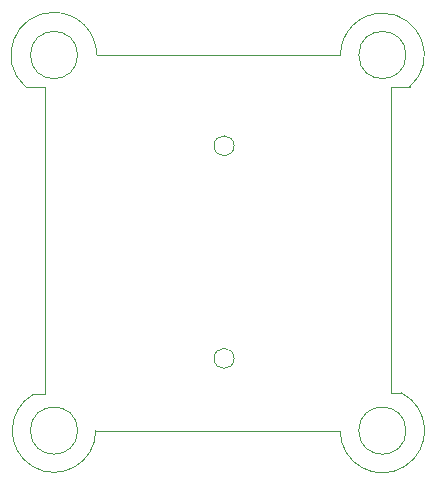
<source format=gm1>
%TF.GenerationSoftware,KiCad,Pcbnew,7.0.2*%
%TF.CreationDate,2023-07-30T22:12:35-04:00*%
%TF.ProjectId,CameraBoard,43616d65-7261-4426-9f61-72642e6b6963,rev?*%
%TF.SameCoordinates,Original*%
%TF.FileFunction,Profile,NP*%
%FSLAX46Y46*%
G04 Gerber Fmt 4.6, Leading zero omitted, Abs format (unit mm)*
G04 Created by KiCad (PCBNEW 7.0.2) date 2023-07-30 22:12:35*
%MOMM*%
%LPD*%
G01*
G04 APERTURE LIST*
%TA.AperFunction,Profile*%
%ADD10C,0.100000*%
%TD*%
%TA.AperFunction,Profile*%
%ADD11C,0.050000*%
%TD*%
G04 APERTURE END LIST*
D10*
X46250000Y-90690000D02*
G75*
G03*
X46250000Y-90690000I-850000J0D01*
G01*
X31000000Y-79387529D02*
G75*
G03*
X28600000Y-85699999I-51220J-3593001D01*
G01*
X34612478Y-83000000D02*
G75*
G03*
X31000000Y-79387522I-3612478J0D01*
G01*
X61100068Y-85700080D02*
G75*
G03*
X58800000Y-79453172I-2286868J2704880D01*
G01*
X29300000Y-111700001D02*
G75*
G03*
X34535533Y-114800000I1700000J-3099999D01*
G01*
X30200000Y-111700000D02*
X29300000Y-111700001D01*
X58800000Y-79453171D02*
G75*
G03*
X55253171Y-83000000I0J-3546829D01*
G01*
X60400000Y-111600001D02*
X59500000Y-111600000D01*
X59500000Y-85700000D02*
X59500000Y-111600000D01*
X33000000Y-83000000D02*
G75*
G03*
X33000000Y-83000000I-2000000J0D01*
G01*
X55222292Y-114800000D02*
X34535533Y-114800000D01*
X60800000Y-83000000D02*
G75*
G03*
X60800000Y-83000000I-2000000J0D01*
G01*
X61100000Y-85700000D02*
X60400000Y-85700000D01*
X30200000Y-85700000D02*
X30200000Y-111700000D01*
X30200000Y-85700000D02*
X29300000Y-85700000D01*
X46250000Y-108690000D02*
G75*
G03*
X46250000Y-108690000I-850000J0D01*
G01*
X55222293Y-114800000D02*
G75*
G03*
X60400000Y-111600002I3577707J0D01*
G01*
D11*
X60800000Y-114800000D02*
G75*
G03*
X60800000Y-114800000I-2000000J0D01*
G01*
X33000000Y-114800000D02*
G75*
G03*
X33000000Y-114800000I-2000000J0D01*
G01*
D10*
X29300000Y-85700000D02*
X28600000Y-85700000D01*
X55253171Y-83000000D02*
X34612478Y-83000000D01*
X60400000Y-85700000D02*
X59500000Y-85700000D01*
M02*

</source>
